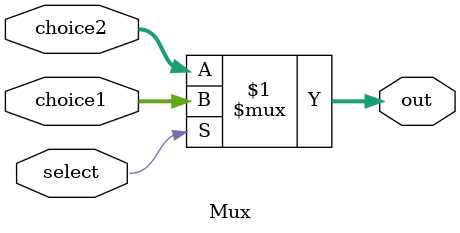
<source format=v>
module Mux(
	select,
	choice1,
	choice2,
	out
);

parameter bit_size=32;

input select;
input [bit_size-1:0] choice1;
input [bit_size-1:0] choice2;
output [bit_size-1:0] out;

assign out=select?choice1:choice2;

endmodule
</source>
